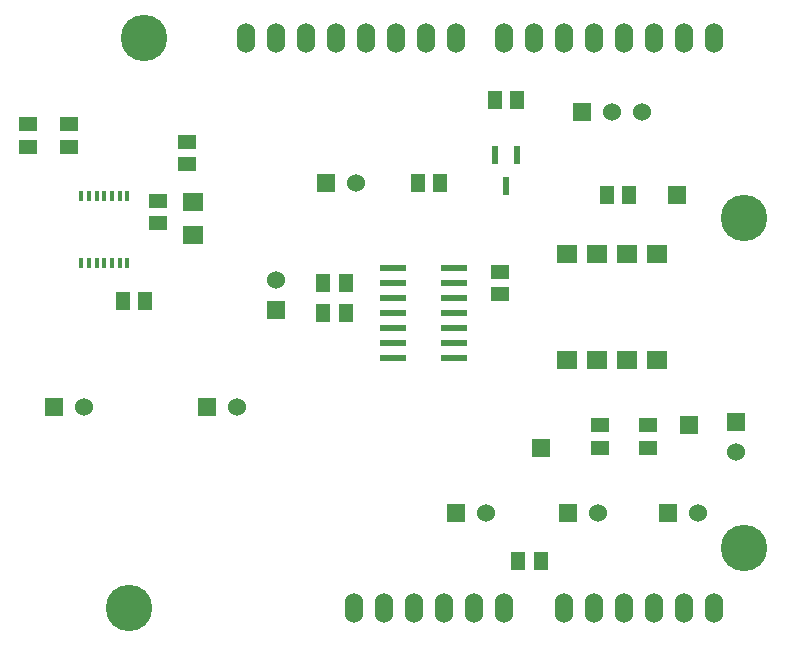
<source format=gts>
%FSLAX34Y34*%
G04 Gerber Fmt 3.4, Leading zero omitted, Abs format*
G04 (created by PCBNEW (2014-02-26 BZR 4721)-product) date Wednesday, 03 June 2015 14:52:33*
%MOIN*%
G01*
G70*
G90*
G04 APERTURE LIST*
%ADD10C,0.005906*%
%ADD11R,0.071000X0.063000*%
%ADD12R,0.051200X0.059000*%
%ADD13R,0.059000X0.051200*%
%ADD14R,0.060000X0.060000*%
%ADD15C,0.060000*%
%ADD16R,0.070000X0.059800*%
%ADD17R,0.023600X0.059085*%
%ADD18O,0.060000X0.100000*%
%ADD19C,0.155000*%
%ADD20R,0.086600X0.023600*%
%ADD21R,0.013700X0.035400*%
G04 APERTURE END LIST*
G54D10*
G54D11*
X38582Y-35276D03*
X38582Y-36376D03*
G54D12*
X36239Y-38582D03*
X36989Y-38582D03*
G54D13*
X37401Y-35254D03*
X37401Y-36004D03*
X48818Y-38367D03*
X48818Y-37617D03*
X53740Y-42735D03*
X53740Y-43485D03*
G54D14*
X51559Y-32283D03*
G54D15*
X52559Y-32283D03*
X53559Y-32283D03*
G54D16*
X51060Y-40552D03*
X52060Y-40552D03*
X53058Y-40552D03*
X54058Y-40552D03*
X54058Y-37006D03*
X53058Y-37006D03*
X52060Y-37006D03*
X51060Y-37006D03*
G54D14*
X51074Y-45669D03*
G54D15*
X52074Y-45669D03*
G54D14*
X43003Y-34645D03*
G54D15*
X44003Y-34645D03*
G54D14*
X39066Y-42125D03*
G54D15*
X40066Y-42125D03*
G54D14*
X54421Y-45669D03*
G54D15*
X55421Y-45669D03*
G54D14*
X47334Y-45669D03*
G54D15*
X48334Y-45669D03*
G54D14*
X33948Y-42125D03*
G54D15*
X34948Y-42125D03*
G54D14*
X56692Y-42610D03*
G54D15*
X56692Y-43610D03*
G54D14*
X41338Y-38885D03*
G54D15*
X41338Y-37885D03*
G54D14*
X50196Y-43503D03*
X55118Y-42716D03*
X54724Y-35039D03*
G54D17*
X49390Y-33737D03*
X49015Y-34766D03*
X48640Y-33737D03*
G54D13*
X38385Y-33286D03*
X38385Y-34036D03*
G54D12*
X46831Y-34645D03*
X46081Y-34645D03*
X49390Y-31889D03*
X48640Y-31889D03*
X50178Y-47244D03*
X49428Y-47244D03*
G54D13*
X33070Y-32695D03*
X33070Y-33445D03*
X34448Y-32695D03*
X34448Y-33445D03*
G54D12*
X43682Y-37992D03*
X42932Y-37992D03*
X43682Y-38976D03*
X42932Y-38976D03*
G54D13*
X52165Y-42735D03*
X52165Y-43485D03*
G54D12*
X52380Y-35039D03*
X53130Y-35039D03*
G54D18*
X55964Y-48832D03*
X54964Y-48832D03*
X53964Y-48832D03*
X50964Y-48832D03*
X51964Y-48832D03*
X52964Y-48832D03*
X48964Y-48832D03*
X47964Y-48832D03*
X46964Y-48832D03*
X44964Y-48832D03*
X43964Y-48832D03*
X55964Y-29832D03*
X54964Y-29832D03*
X53964Y-29832D03*
X52964Y-29832D03*
X51964Y-29832D03*
X50964Y-29832D03*
X49964Y-29832D03*
X48964Y-29832D03*
X47364Y-29832D03*
X46364Y-29832D03*
X45364Y-29832D03*
X44364Y-29832D03*
X43364Y-29832D03*
X42364Y-29832D03*
X41364Y-29832D03*
X40364Y-29832D03*
X45964Y-48832D03*
G54D19*
X56964Y-46832D03*
X56964Y-35832D03*
X36964Y-29832D03*
X36464Y-48832D03*
G54D20*
X45236Y-37476D03*
X45236Y-37976D03*
X45236Y-38476D03*
X45236Y-38976D03*
X45236Y-39476D03*
X45236Y-39976D03*
X45236Y-40476D03*
X47282Y-40476D03*
X47282Y-39976D03*
X47282Y-39476D03*
X47282Y-38976D03*
X47282Y-38476D03*
X47282Y-37976D03*
X47282Y-37476D03*
G54D21*
X36396Y-35089D03*
X36140Y-35089D03*
X35884Y-35089D03*
X35629Y-35089D03*
X35374Y-35089D03*
X35118Y-35089D03*
X34862Y-35089D03*
X34862Y-37332D03*
X35118Y-37332D03*
X35374Y-37332D03*
X35629Y-37332D03*
X35884Y-37332D03*
X36140Y-37332D03*
X36396Y-37332D03*
M02*

</source>
